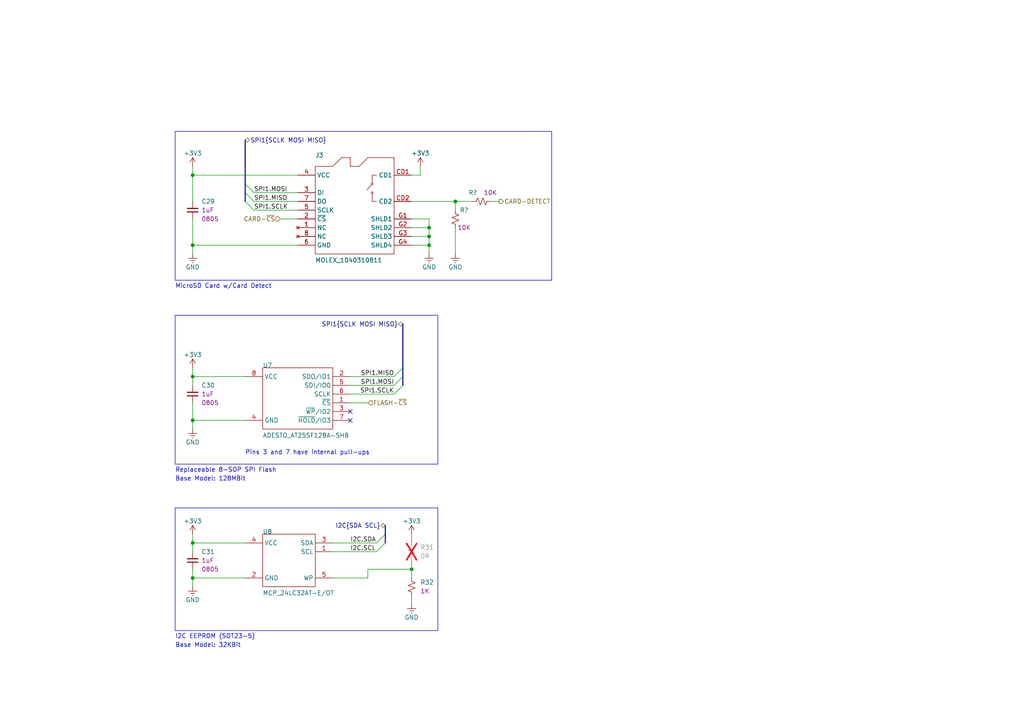
<source format=kicad_sch>
(kicad_sch (version 20230121) (generator eeschema)
  (paper "A4")
  (title_block (title "Data Storage and EEPROM") (date "2024-01-21") (rev "1.0.1"))
  (lib_symbols
    (symbol "Skyhawkson-Capacitors:1UF_0805" (pin_numbers hide) (pin_names (offset 0.254) hide)
      (property "Reference" "C" (at 0 2.54 0))
      (property "Tolerance" "10%" (at 0 -7.62 0))
      (property "Rating" "50V" (at 0 -10.16 0))
      (property "Temp" "X7R" (at 0 -15.24 0))
      (property "Package" "0805" (at 0 -12.7 0))
      (property "Capacitance" "1uF" (at 0 -5.08 0))
      (symbol "1UF_0805_0_1"
        (polyline (pts (xy 2.032 -1.524) (xy 2.032 1.524)) (stroke (width 0.3048)))
        (polyline (pts (xy 3.048 -1.524) (xy 3.048 1.524)) (stroke (width 0.3302)))
      )
      (symbol "1UF_0805_1_1"
        (pin passive line (at 0 0 0) (length 2.032) (name "~") (number "1"))
        (pin passive line (at 5.08 0 180) (length 2.032) (name "~") (number "2"))
      )
    )
    (symbol "Skyhawkson-Connectors:MOLEX_1040310811"
      (property "Reference" "J" (at 5.08 5.08 0))
      (property "Value" "MOLEX_1040310811" (at 5.08 -24.13 0))
      (symbol "MOLEX_1040310811_0_0"
        (polyline (pts (xy 5.08 2.54) (xy 5.08 -22.86)))
        (polyline (pts (xy 10.16 2.54) (xy 5.08 2.54)))
        (polyline (pts (xy 12.7 5.08) (xy 10.16 2.54)))
        (polyline (pts (xy 15.24 5.08) (xy 12.7 5.08)))
        (polyline (pts (xy 15.24 5.08) (xy 15.24 2.54)))
        (polyline (pts (xy 17.78 2.54) (xy 15.24 2.54)))
        (polyline (pts (xy 20.32 5.08) (xy 17.78 2.54)))
        (polyline (pts (xy 21.336 -2.794) (xy 20.066 -4.318)))
        (polyline (pts (xy 21.59 -5.334) (xy 21.59 -7.62)))
        (polyline (pts (xy 21.59 0) (xy 21.59 -2.286)))
        (polyline (pts (xy 22.86 -7.62) (xy 21.59 -7.62)))
        (polyline (pts (xy 22.86 0) (xy 21.59 0)))
        (polyline (pts (xy 27.94 -22.86) (xy 5.08 -22.86)))
        (polyline (pts (xy 27.94 5.08) (xy 20.32 5.08)))
        (polyline (pts (xy 27.94 5.08) (xy 27.94 -22.86)))
      )
      (symbol "MOLEX_1040310811_0_1"
        (circle (center 21.59 -5.08) (radius 0.254) (stroke (width 0.1524)))
        (circle (center 21.59 -2.54) (radius 0.254) (stroke (width 0.1524)))
      )
      (symbol "MOLEX_1040310811_1_1"
        (pin no_connect line (at 0 -15.24 0) (length 5.08) (name "NC") (number "1"))
        (pin input line (at 0 -12.7 0) (length 5.08) (name "~{CS}") (number "2"))
        (pin input line (at 0 -5.08 0) (length 5.08) (name "DI") (number "3"))
        (pin power_in line (at 0 0 0) (length 5.08) (name "VCC") (number "4"))
        (pin input line (at 0 -10.16 0) (length 5.08) (name "SCLK") (number "5"))
        (pin power_in line (at 0 -20.32 0) (length 5.08) (name "GND") (number "6"))
        (pin output line (at 0 -7.62 0) (length 5.08) (name "DO") (number "7"))
        (pin no_connect line (at 0 -17.78 0) (length 5.08) (name "NC") (number "8"))
        (pin passive line (at 33.02 0 180) (length 5.08) (name "CD1") (number "CD1"))
        (pin passive line (at 33.02 -7.62 180) (length 5.08) (name "CD2") (number "CD2"))
        (pin passive line (at 33.02 -12.7 180) (length 5.08) (name "SHLD1") (number "G1"))
        (pin passive line (at 33.02 -15.24 180) (length 5.08) (name "SHLD2") (number "G2"))
        (pin passive line (at 33.02 -17.78 180) (length 5.08) (name "SHLD3") (number "G3"))
        (pin passive line (at 33.02 -20.32 180) (length 5.08) (name "SHLD4") (number "G4"))
      )
    )
    (symbol "Skyhawkson-ICs:ADESTO_AT25SF128A-SHB"
      (property "Reference" "U" (at 5.08 2.54 0))
      (property "Value" "ADESTO_AT25SF128A-SHB" (at 5.08 -16.51 0))
      (symbol "ADESTO_AT25SF128A-SHB_0_0"
        (rectangle (start 5.08 2.54) (end 25.4 -15.24) (stroke (width 0.1524)))
      )
      (symbol "ADESTO_AT25SF128A-SHB_1_1"
        (pin input line (at 30.48 -7.62 180) (length 5.08) (name "~{CS}") (number "1"))
        (pin bidirectional line (at 30.48 0 180) (length 5.08) (name "SDO/IO1") (number "2"))
        (pin bidirectional line (at 30.48 -10.16 180) (length 5.08) (name "~{WP}/IO2") (number "3"))
        (pin power_in line (at 0 -12.7 0) (length 5.08) (name "GND") (number "4"))
        (pin bidirectional line (at 30.48 -2.54 180) (length 5.08) (name "SDI/IO0") (number "5"))
        (pin input line (at 30.48 -5.08 180) (length 5.08) (name "SCLK") (number "6"))
        (pin bidirectional line (at 30.48 -12.7 180) (length 5.08) (name "~{HOLD}/IO3") (number "7"))
        (pin power_in line (at 0 0 0) (length 5.08) (name "VCC") (number "8"))
      )
    )
    (symbol "Skyhawkson-ICs:MCP_24LC32AT-E/OT"
      (property "Reference" "U" (at 5.08 2.54 0))
      (property "Value" "MCP_24LC32AT-E/OT" (at 5.08 -13.97 0))
      (property "Footprint" "Skyhawkson_Footprints:MCP_SOT23-5" (at 5.08 10.16 0))
      (symbol "MCP_24LC32AT-E/OT_0_1"
        (rectangle (start 5.08 2.54) (end 20.32 -12.7) (stroke (width 0.1524)))
      )
      (symbol "MCP_24LC32AT-E/OT_1_1"
        (pin input line (at 25.4 -2.54 180) (length 5.08) (name "SCL") (number "1"))
        (pin power_in line (at 0 -10.16 0) (length 5.08) (name "GND") (number "2"))
        (pin bidirectional line (at 25.4 0 180) (length 5.08) (name "SDA") (number "3"))
        (pin power_in line (at 0 0 0) (length 5.08) (name "VCC") (number "4"))
        (pin input line (at 25.4 -10.16 180) (length 5.08) (name "WP") (number "5"))
      )
    )
    (symbol "Skyhawkson-Power Symbols:+3V3" (power) (pin_names (offset 0)) (in_bom no)
      (property "Value" "+3V3" (at 0 3.556 0))
      (symbol "+3V3_0_1"
        (polyline (pts (xy -0.762 1.27) (xy 0 2.54)))
        (polyline (pts (xy 0 0) (xy 0 2.54)))
        (polyline (pts (xy 0 2.54) (xy 0.762 1.27)))
      )
      (symbol "+3V3_1_1"
        (pin power_in line (at 0 0 90) (length 0) hide (name "+3V3") (number "1"))
      )
    )
    (symbol "Skyhawkson-Power Symbols:GND" (power) (pin_names (offset 0)) (in_bom no)
      (property "Value" "GND" (at 0 -3.81 0))
      (symbol "GND_0_1"
        (polyline (pts (xy -0.635 -1.905) (xy 0.635 -1.905)))
        (polyline (pts (xy -0.127 -2.54) (xy 0.127 -2.54)))
        (polyline (pts (xy 0 -1.27) (xy 0 0)))
        (polyline (pts (xy 1.27 -1.27) (xy -1.27 -1.27)))
      )
      (symbol "GND_1_1"
        (pin power_in line (at 0 0 270) (length 0) hide (name "GND") (number "1"))
      )
    )
    (symbol "Skyhawkson-Resistors:0R_0603" (pin_numbers hide) (pin_names (offset 0.254) hide)
      (property "Reference" "R" (at 0 1.27 0))
      (property "Tolerance" "1%" (at 0 -6.35 0))
      (property "Power" "100mW" (at 0 -8.89 0))
      (property "Package" "0603" (at 0 -11.43 0))
      (property "Resistance" "0R" (at 0 -3.81 0))
      (symbol "0R_0603_1_1"
        (polyline (pts (xy 1.016 0) (xy 1.397 1.016) (xy 1.778 0) (xy 2.159 -1.016) (xy 2.54 0)))
        (polyline (pts (xy 2.54 0) (xy 2.921 1.016) (xy 3.302 0) (xy 3.683 -1.016) (xy 4.064 0)))
        (pin passive line (at 0 0 0) (length 1.016) (name "~") (number "1"))
        (pin passive line (at 5.08 0 180) (length 1.016) (name "~") (number "2"))
      )
    )
    (symbol "Skyhawkson-Resistors:10K_0603" (pin_numbers hide) (pin_names (offset 0.254) hide)
      (property "Reference" "R" (at 0 1.27 0))
      (property "Tolerance" "1%" (at 0 -6.35 0))
      (property "Power" "100mW" (at 0 -8.89 0))
      (property "Package" "0603" (at 0 -11.43 0))
      (property "Resistance" "10K" (at 0 -3.81 0))
      (symbol "10K_0603_1_1"
        (polyline (pts (xy 1.016 0) (xy 1.397 1.016) (xy 1.778 0) (xy 2.159 -1.016) (xy 2.54 0)))
        (polyline (pts (xy 2.54 0) (xy 2.921 1.016) (xy 3.302 0) (xy 3.683 -1.016) (xy 4.064 0)))
        (pin passive line (at 0 0 0) (length 1.016) (name "~") (number "1"))
        (pin passive line (at 5.08 0 180) (length 1.016) (name "~") (number "2"))
      )
    )
    (symbol "Skyhawkson-Resistors:1K_0603" (pin_numbers hide) (pin_names (offset 0.254) hide)
      (property "Reference" "R" (at 0 1.27 0))
      (property "Tolerance" "1%" (at 0 -6.35 0))
      (property "Power" "100mW" (at 0 -8.89 0))
      (property "Package" "0603" (at 0 -11.43 0))
      (property "Resistance" "1K" (at 0 -3.81 0))
      (symbol "1K_0603_1_1"
        (polyline (pts (xy 1.016 0) (xy 1.397 1.016) (xy 1.778 0) (xy 2.159 -1.016) (xy 2.54 0)))
        (polyline (pts (xy 2.54 0) (xy 2.921 1.016) (xy 3.302 0) (xy 3.683 -1.016) (xy 4.064 0)))
        (pin passive line (at 0 0 0) (length 1.016) (name "~") (number "1"))
        (pin passive line (at 5.08 0 180) (length 1.016) (name "~") (number "2"))
      )
    )
  )
  (junction (at 55.88 157.48))
  (junction (at 55.88 109.22))
  (junction (at 124.46 71.12))
  (junction (at 124.46 66.04))
  (junction (at 55.88 71.12))
  (junction (at 55.88 50.8))
  (junction (at 132.08 58.42))
  (junction (at 55.88 167.64))
  (junction (at 119.38 165.1))
  (junction (at 55.88 121.92))
  (junction (at 124.46 68.58))
  (no_connect (at 101.6 121.92))
  (no_connect (at 101.6 119.38))
  (bus_entry (at 116.84 106.68) (size -2.54 2.54))
  (bus_entry (at 71.12 55.88) (size 2.54 2.54))
  (bus_entry (at 116.84 111.76) (size -2.54 2.54))
  (bus_entry (at 111.76 154.94) (size -2.54 2.54))
  (bus_entry (at 111.76 157.48) (size -2.54 2.54))
  (bus_entry (at 71.12 53.34) (size 2.54 2.54))
  (bus_entry (at 116.84 109.22) (size -2.54 2.54))
  (bus_entry (at 71.12 58.42) (size 2.54 2.54))
  (bus (pts (xy 71.12 53.34) (xy 71.12 40.64)))
  (wire (pts (xy 119.38 58.42) (xy 132.08 58.42)))
  (wire (pts (xy 101.6 114.3) (xy 114.3 114.3)))
  (bus (pts (xy 71.12 53.34) (xy 71.12 55.88)))
  (bus (pts (xy 116.84 106.68) (xy 116.84 109.22)))
  (bus (pts (xy 71.12 55.88) (xy 71.12 58.42)))
  (polyline (pts (xy 50.8 182.88) (xy 127 182.88)))
  (wire (pts (xy 55.88 109.22) (xy 55.88 111.76)))
  (wire (pts (xy 119.38 68.58) (xy 124.46 68.58)))
  (wire (pts (xy 55.88 167.64) (xy 71.12 167.64)))
  (wire (pts (xy 124.46 71.12) (xy 124.46 73.66)))
  (wire (pts (xy 101.6 109.22) (xy 114.3 109.22)))
  (wire (pts (xy 55.88 116.84) (xy 55.88 121.92)))
  (bus (pts (xy 116.84 93.98) (xy 116.84 106.68)))
  (wire (pts (xy 55.88 154.94) (xy 55.88 157.48)))
  (wire (pts (xy 101.6 111.76) (xy 114.3 111.76)))
  (wire (pts (xy 86.36 60.96) (xy 73.66 60.96)))
  (wire (pts (xy 55.88 71.12) (xy 55.88 73.66)))
  (polyline (pts (xy 127 182.88) (xy 127 147.32)))
  (wire (pts (xy 119.38 63.5) (xy 124.46 63.5)))
  (wire (pts (xy 106.68 116.84) (xy 101.6 116.84)))
  (polyline (pts (xy 50.8 134.62) (xy 127 134.62)))
  (wire (pts (xy 55.88 109.22) (xy 71.12 109.22)))
  (wire (pts (xy 55.88 167.64) (xy 55.88 170.18)))
  (wire (pts (xy 55.88 121.92) (xy 55.88 124.46)))
  (wire (pts (xy 55.88 157.48) (xy 71.12 157.48)))
  (wire (pts (xy 55.88 63.5) (xy 55.88 71.12)))
  (wire (pts (xy 124.46 63.5) (xy 124.46 66.04)))
  (wire (pts (xy 119.38 165.1) (xy 106.68 165.1)))
  (wire (pts (xy 119.38 154.94) (xy 119.38 157.48)))
  (polyline (pts (xy 50.8 81.28) (xy 160.02 81.28)))
  (polyline (pts (xy 50.8 147.32) (xy 50.8 149.86)))
  (wire (pts (xy 106.68 165.1) (xy 106.68 167.64)))
  (polyline (pts (xy 50.8 38.1) (xy 160.02 38.1)))
  (wire (pts (xy 55.88 50.8) (xy 55.88 58.42)))
  (wire (pts (xy 55.88 157.48) (xy 55.88 160.02)))
  (wire (pts (xy 55.88 106.68) (xy 55.88 109.22)))
  (wire (pts (xy 119.38 172.72) (xy 119.38 175.26)))
  (wire (pts (xy 119.38 165.1) (xy 119.38 167.64)))
  (wire (pts (xy 132.08 66.04) (xy 132.08 73.66)))
  (wire (pts (xy 124.46 66.04) (xy 124.46 68.58)))
  (bus (pts (xy 111.76 152.4) (xy 111.76 154.94)))
  (polyline (pts (xy 50.8 93.98) (xy 50.8 134.62)))
  (wire (pts (xy 119.38 50.8) (xy 121.92 50.8)))
  (polyline (pts (xy 127 91.44) (xy 50.8 91.44)))
  (polyline (pts (xy 160.02 81.28) (xy 160.02 38.1)))
  (wire (pts (xy 124.46 68.58) (xy 124.46 71.12)))
  (wire (pts (xy 142.24 58.42) (xy 144.78 58.42)))
  (wire (pts (xy 86.36 55.88) (xy 73.66 55.88)))
  (polyline (pts (xy 50.8 38.1) (xy 50.8 81.28)))
  (wire (pts (xy 55.88 48.26) (xy 55.88 50.8)))
  (wire (pts (xy 119.38 66.04) (xy 124.46 66.04)))
  (wire (pts (xy 119.38 162.56) (xy 119.38 165.1)))
  (wire (pts (xy 96.52 160.02) (xy 109.22 160.02)))
  (wire (pts (xy 55.88 50.8) (xy 86.36 50.8)))
  (polyline (pts (xy 50.8 149.86) (xy 50.8 182.88)))
  (wire (pts (xy 96.52 157.48) (xy 109.22 157.48)))
  (wire (pts (xy 81.28 63.5) (xy 86.36 63.5)))
  (polyline (pts (xy 127 134.62) (xy 127 91.44)))
  (wire (pts (xy 132.08 58.42) (xy 132.08 60.96)))
  (polyline (pts (xy 127 147.32) (xy 50.8 147.32)))
  (wire (pts (xy 55.88 71.12) (xy 86.36 71.12)))
  (wire (pts (xy 121.92 48.26) (xy 121.92 50.8)))
  (bus (pts (xy 116.84 109.22) (xy 116.84 111.76)))
  (polyline (pts (xy 50.8 91.44) (xy 50.8 93.98)))
  (wire (pts (xy 96.52 167.64) (xy 106.68 167.64)))
  (wire (pts (xy 119.38 71.12) (xy 124.46 71.12)))
  (wire (pts (xy 55.88 121.92) (xy 71.12 121.92)))
  (bus (pts (xy 111.76 154.94) (xy 111.76 157.48)))
  (wire (pts (xy 86.36 58.42) (xy 73.66 58.42)))
  (wire (pts (xy 55.88 165.1) (xy 55.88 167.64)))
  (wire (pts (xy 132.08 58.42) (xy 137.16 58.42)))
  (text "Pins 3 and 7 have internal pull-ups" (at 71.12 132.08 0) (effects (font (size 1.27 1.27)) (justify left bottom)))
  (text "MicroSD Card w/Card Detect" (at 50.8 83.82 0) (effects (font (size 1.27 1.27)) (justify left bottom)))
  (text "I2C EEPROM (SOT23-5)" (at 50.8 185.42 0) (effects (font (size 1.27 1.27)) (justify left bottom)))
  (text "Base Model: 128MBit" (at 50.8 139.7 0) (effects (font (size 1.27 1.27)) (justify left bottom)))
  (text "Base Model: 32KBit" (at 50.8 187.96 0) (effects (font (size 1.27 1.27)) (justify left bottom)))
  (text "Replaceable 8-SOP SPI Flash" (at 50.8 137.16 0) (effects (font (size 1.27 1.27)) (justify left bottom)))
  (label "I2C.SDA" (at 101.6 157.48 0))
  (label "SPI1.SCLK" (at 114.3 114.3 180))
  (label "SPI1.MISO" (at 73.66 58.42 0))
  (label "SPI1.MOSI" (at 73.66 55.88 0))
  (label "SPI1.SCLK" (at 73.66 60.96 0))
  (label "I2C.SCL" (at 101.6 160.02 0))
  (label "SPI1.MISO" (at 114.3 109.22 180))
  (label "SPI1.MOSI" (at 114.3 111.76 180))
  (hierarchical_label "SPI1{SCLK MOSI MISO}" (shape bidirectional) (at 116.84 93.98 180))
  (hierarchical_label "I2C{SDA SCL}" (shape bidirectional) (at 111.76 152.4 180))
  (hierarchical_label "FLASH-~{CS}" (shape input) (at 106.68 116.84 0))
  (hierarchical_label "CARD-DETECT" (shape output) (at 144.78 58.42 0))
  (hierarchical_label "SPI1{SCLK MOSI MISO}" (shape bidirectional) (at 71.12 40.64 0))
  (hierarchical_label "CARD-~{CS}" (shape input) (at 81.28 63.5 180))
  (symbol (lib_id "Skyhawkson-Power Symbols:GND") (at 119.38 175.26 0) (unit 1) (in_bom no)
    (property "Reference" "#PWR067" (effects hide))
    (property "Value" "GND" (at 119.38 179.07 0))
    (instances (project "Forerunner-Cubic-Mainboard" (path "" (reference "#PWR067") (unit 1))) (project "Forerunner-KiCAD" (path "" (reference "#PWR?") (unit 1))))
  )
  (symbol (lib_id "Skyhawkson-Resistors:10K_0603") (at 137.16 58.42 0) (unit 1)
    (property "Reference" "R?" (at 137.16 55.88 0))
    (property "Value" "10K_0603" (effects hide))
    (property "Footprint" "Skyhawkson_Footprints:GENERIC_0603_RES" (effects hide))
    (property "DKPN" "311-10KGRCT-ND" (effects hide))
    (property "Tolerance" "1%" (effects hide))
    (property "Power" "100mW" (effects hide))
    (property "Package" "0603" (effects hide))
    (property "Resistance" "10K" (at 142.24 55.88 0))
    (instances (project "Forerunner-Cubic-Mainboard" (path "" (reference "R?") (unit 1)) (path "" (reference "R34") (unit 1))))
  )
  (symbol (lib_id "Skyhawkson-ICs:MCP_24LC32AT-E/OT") (at 71.12 157.48 0) (unit 1)
    (property "Reference" "U8" (at 76.2 154.94 0) (effects (justify left bottom)))
    (property "Value" "MCP_24LC32AT-E/OT" (at 76.2 172.72 0) (effects (justify left bottom)))
    (property "Footprint" "Skyhawkson_Footprints:MCP_SOT23-5" (effects hide))
    (property "Datasheet" "https://ww1.microchip.com/downloads/aemDocuments/documents/MPD/ProductDocuments/DataSheets/24AA32A-24LC32A-32-Kbit-I2C-Serial-EEPROM-20001713N.pdf" (effects hide))
    (property "DKPN" "24LC32AT-E/OTCT-ND" (effects hide))
  )
  (symbol (lib_id "Skyhawkson-Power Symbols:+3V3") (at 55.88 154.94 0) (unit 1) (in_bom no)
    (property "Reference" "#PWR064" (effects hide))
    (property "Value" "+3V3" (at 55.88 151.13 0))
    (instances (project "Forerunner-Cubic-Mainboard" (path "" (reference "#PWR064") (unit 1))) (project "Forerunner-KiCAD" (path "" (reference "#PWR?") (unit 1))))
  )
  (symbol (lib_id "Skyhawkson-Resistors:10K_0603") (at 132.08 60.96 270) (unit 1)
    (property "Reference" "R?" (at 134.62 60.96 90))
    (property "Value" "10K_0603" (effects hide))
    (property "Footprint" "Skyhawkson_Footprints:GENERIC_0603_RES" (effects hide))
    (property "DKPN" "311-10KGRCT-ND" (effects hide))
    (property "Tolerance" "1%" (effects hide))
    (property "Power" "100mW" (effects hide))
    (property "Package" "0603" (effects hide))
    (property "Resistance" "10K" (at 134.62 66.04 90))
    (instances (project "Forerunner-Cubic-Mainboard" (path "" (reference "R?") (unit 1)) (path "" (reference "R33") (unit 1))))
  )
  (symbol (lib_id "Skyhawkson-Power Symbols:GND") (at 124.46 73.66 0) (unit 1) (in_bom no)
    (property "Reference" "#PWR069" (effects hide))
    (property "Value" "GND" (at 124.46 77.47 0))
    (instances (project "Forerunner-Cubic-Mainboard" (path "" (reference "#PWR069") (unit 1))) (project "Forerunner-KiCAD" (path "" (reference "#PWR?") (unit 1))))
  )
  (symbol (lib_id "Skyhawkson-Resistors:1K_0603") (at 119.38 172.72 90) (unit 1)
    (property "Reference" "R32" (at 121.92 168.91 90) (effects (justify right)))
    (property "Value" "1K_0603" (effects hide))
    (property "Footprint" "Skyhawkson_Footprints:GENERIC_0603_RES" (effects hide))
    (property "DKPN" "311-1.00KHRCT-ND" (effects hide))
    (property "Tolerance" "1%" (effects hide))
    (property "Power" "100mW" (effects hide))
    (property "Package" "0603" (effects hide))
    (property "Resistance" "1K" (at 121.92 171.45 90) (effects (justify right)))
  )
  (symbol (lib_id "Skyhawkson-Power Symbols:+3V3") (at 119.38 154.94 0) (unit 1) (in_bom no)
    (property "Reference" "#PWR066" (effects hide))
    (property "Value" "+3V3" (at 119.38 151.13 0))
    (instances (project "Forerunner-Cubic-Mainboard" (path "" (reference "#PWR066") (unit 1))) (project "Forerunner-KiCAD" (path "" (reference "#PWR?") (unit 1))))
  )
  (symbol (lib_id "Skyhawkson-ICs:ADESTO_AT25SF128A-SHB") (at 71.12 109.22 0) (unit 1)
    (property "Reference" "U7" (at 76.2 106.68 0) (effects (justify left bottom)))
    (property "Value" "ADESTO_AT25SF128A-SHB" (at 76.2 127 0) (effects (justify left bottom)))
    (property "Footprint" "Skyhawkson_Footprints:ADESTO_8S4_(SOP-8)" (effects hide))
    (property "Datasheet" "https://datasheet.lcsc.com/lcsc/2202011000_Dialog-Semiconductor-AT25SF128A-SHB-T_C2061592.pdf" (effects hide))
    (property "DKPN" "1265-1348-1-ND" (effects hide))
    (instances (project "Forerunner-Cubic-Mainboard" (path "" (reference "U7") (unit 1))) (project "Forerunner-KiCAD" (path "" (reference "U?") (unit 1))))
  )
  (symbol (lib_id "Skyhawkson-Capacitors:1UF_0805") (at 55.88 165.1 90) (unit 1)
    (property "Reference" "C31" (at 58.42 160.02 90) (effects (justify right)))
    (property "Value" "1UF_0805" (effects hide))
    (property "Footprint" "Skyhawkson_Footprints:GENERIC_0805_CAP" (effects hide))
    (property "DKPN" "399-C0805C105K5RAC7800CT-ND" (effects hide))
    (property "Tolerance" "10%" (effects hide))
    (property "Rating" "50V" (effects hide))
    (property "Temp" "X7R" (effects hide))
    (property "Package" "0805" (at 58.42 165.1 90) (effects (justify right)))
    (property "Capacitance" "1uF" (at 58.42 162.56 90) (effects (justify right)))
    (instances (project "Forerunner-Cubic-Mainboard" (path "" (reference "C31") (unit 1))) (project "Forerunner-KiCAD" (path "" (reference "C?") (unit 1))))
  )
  (symbol (lib_id "Skyhawkson-Capacitors:1UF_0805") (at 55.88 63.5 90) (unit 1)
    (property "Reference" "C29" (at 58.42 58.42 90) (effects (justify right)))
    (property "Value" "1UF_0805" (effects hide))
    (property "Footprint" "Skyhawkson_Footprints:GENERIC_0805_CAP" (effects hide))
    (property "DKPN" "399-C0805C105K5RAC7800CT-ND" (effects hide))
    (property "Tolerance" "10%" (effects hide))
    (property "Rating" "50V" (effects hide))
    (property "Temp" "X7R" (effects hide))
    (property "Package" "0805" (at 58.42 63.5 90) (effects (justify right)))
    (property "Capacitance" "1uF" (at 58.42 60.96 90) (effects (justify right)))
    (instances (project "Forerunner-Cubic-Mainboard" (path "" (reference "C29") (unit 1))) (project "Forerunner-KiCAD" (path "" (reference "C?") (unit 1))))
  )
  (symbol (lib_id "Skyhawkson-Power Symbols:+3V3") (at 55.88 106.68 0) (unit 1) (in_bom no)
    (property "Reference" "#PWR062" (effects hide))
    (property "Value" "+3V3" (at 55.88 102.87 0))
    (instances (project "Forerunner-Cubic-Mainboard" (path "" (reference "#PWR062") (unit 1))) (project "Forerunner-KiCAD" (path "" (reference "#PWR?") (unit 1))))
  )
  (symbol (lib_id "Skyhawkson-Resistors:0R_0603") (at 119.38 162.56 90) (unit 1) (dnp yes)
    (property "Reference" "R31" (at 121.92 158.75 90) (effects (justify right)))
    (property "Value" "0R_0603" (effects hide))
    (property "Footprint" "Skyhawkson_Footprints:GENERIC_0603_RES" (effects hide))
    (property "DKPN" "311-0.0GRCT-ND" (effects hide))
    (property "Tolerance" "1%" (effects hide))
    (property "Power" "100mW" (effects hide))
    (property "Package" "0603" (effects hide))
    (property "Resistance" "0R" (at 121.92 161.29 90) (effects (justify right)))
  )
  (symbol (lib_id "Skyhawkson-Power Symbols:GND") (at 55.88 170.18 0) (unit 1) (in_bom no)
    (property "Reference" "#PWR065" (effects hide))
    (property "Value" "GND" (at 55.88 173.99 0))
    (instances (project "Forerunner-Cubic-Mainboard" (path "" (reference "#PWR065") (unit 1))) (project "Forerunner-KiCAD" (path "" (reference "#PWR?") (unit 1))))
  )
  (symbol (lib_id "Skyhawkson-Power Symbols:GND") (at 55.88 124.46 0) (unit 1) (in_bom no)
    (property "Reference" "#PWR063" (effects hide))
    (property "Value" "GND" (at 55.88 128.27 0))
    (instances (project "Forerunner-Cubic-Mainboard" (path "" (reference "#PWR063") (unit 1))) (project "Forerunner-KiCAD" (path "" (reference "#PWR?") (unit 1))))
  )
  (symbol (lib_id "Skyhawkson-Capacitors:1UF_0805") (at 55.88 116.84 90) (unit 1)
    (property "Reference" "C30" (at 58.42 111.76 90) (effects (justify right)))
    (property "Value" "1UF_0805" (effects hide))
    (property "Footprint" "Skyhawkson_Footprints:GENERIC_0805_CAP" (effects hide))
    (property "DKPN" "399-C0805C105K5RAC7800CT-ND" (effects hide))
    (property "Tolerance" "10%" (effects hide))
    (property "Rating" "50V" (effects hide))
    (property "Temp" "X7R" (effects hide))
    (property "Package" "0805" (at 58.42 116.84 90) (effects (justify right)))
    (property "Capacitance" "1uF" (at 58.42 114.3 90) (effects (justify right)))
    (instances (project "Forerunner-Cubic-Mainboard" (path "" (reference "C30") (unit 1))) (project "Forerunner-KiCAD" (path "" (reference "C?") (unit 1))))
  )
  (symbol (lib_id "Skyhawkson-Power Symbols:GND") (at 132.08 73.66 0) (unit 1) (in_bom no)
    (property "Reference" "#PWR070" (effects hide))
    (property "Value" "GND" (at 132.08 77.47 0))
    (instances (project "Forerunner-Cubic-Mainboard" (path "" (reference "#PWR070") (unit 1))) (project "Forerunner-KiCAD" (path "" (reference "#PWR?") (unit 1))))
  )
  (symbol (lib_id "Skyhawkson-Power Symbols:+3V3") (at 55.88 48.26 0) (unit 1) (in_bom no)
    (property "Reference" "#PWR060" (effects hide))
    (property "Value" "+3V3" (at 55.88 44.45 0))
    (instances (project "Forerunner-Cubic-Mainboard" (path "" (reference "#PWR060") (unit 1))) (project "Forerunner-KiCAD" (path "" (reference "#PWR?") (unit 1))))
  )
  (symbol (lib_id "Skyhawkson-Power Symbols:GND") (at 55.88 73.66 0) (unit 1) (in_bom no)
    (property "Reference" "#PWR061" (effects hide))
    (property "Value" "GND" (at 55.88 77.47 0))
    (instances (project "Forerunner-Cubic-Mainboard" (path "" (reference "#PWR061") (unit 1))) (project "Forerunner-KiCAD" (path "" (reference "#PWR?") (unit 1))))
  )
  (symbol (lib_id "Skyhawkson-Power Symbols:+3V3") (at 121.92 48.26 0) (unit 1) (in_bom no)
    (property "Reference" "#PWR068" (effects hide))
    (property "Value" "+3V3" (at 121.92 44.45 0))
    (instances (project "Forerunner-Cubic-Mainboard" (path "" (reference "#PWR068") (unit 1))) (project "Forerunner-KiCAD" (path "" (reference "#PWR?") (unit 1))))
  )
  (symbol (lib_id "Skyhawkson-Connectors:MOLEX_1040310811") (at 86.36 50.8 0) (unit 1)
    (property "Reference" "J3" (at 91.44 45.72 0) (effects (justify left bottom)))
    (property "Value" "MOLEX_1040310811" (at 91.44 76.2 0) (effects (justify left bottom)))
    (property "Footprint" "Skyhawkson_Footprints:MOLEX_1040310811" (effects hide))
    (property "Datasheet" "https://www.molex.com/pdm_docs/sd/1040310811_sd.pdf" (effects hide))
    (property "DKPN" "WM6357CT-ND" (effects hide))
    (instances (project "Forerunner-Cubic-Mainboard" (path "" (reference "J3") (unit 1))) (project "Forerunner-KiCAD" (path "" (reference "J?") (unit 1))))
  )
)
</source>
